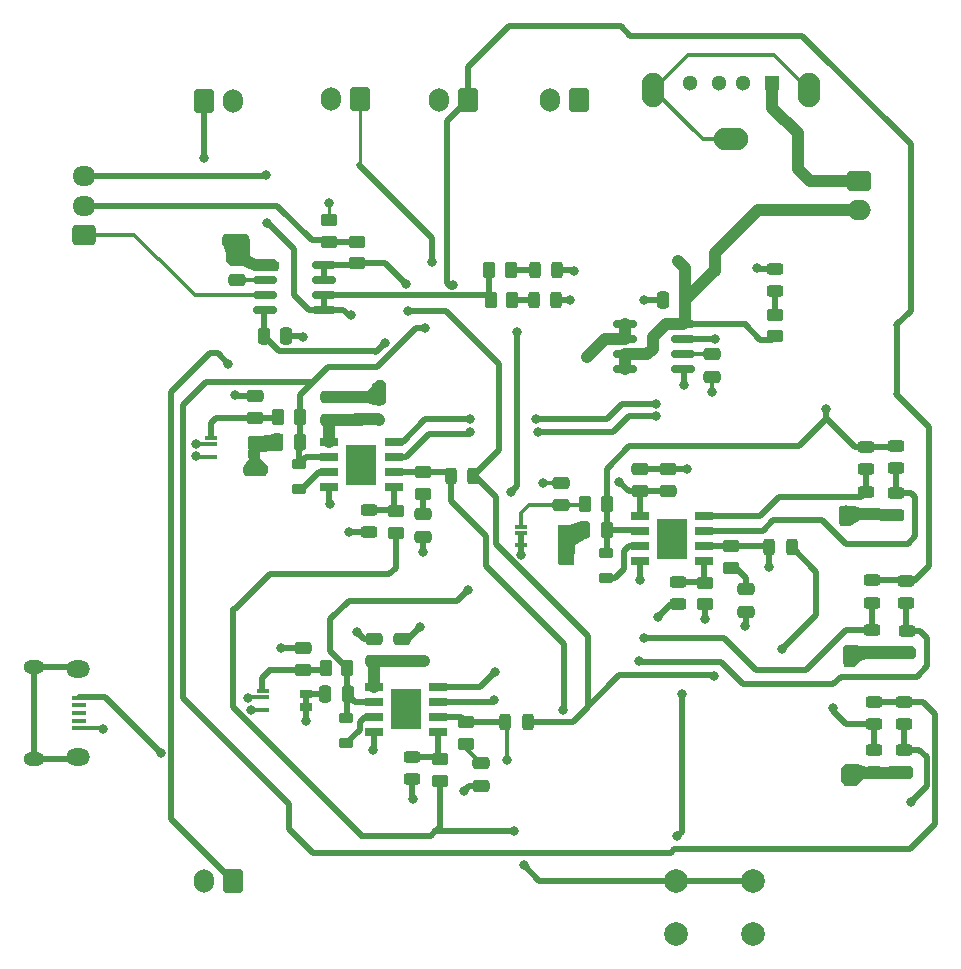
<source format=gbr>
%TF.GenerationSoftware,KiCad,Pcbnew,7.0.8-7.0.8~ubuntu22.04.1*%
%TF.CreationDate,2023-10-06T08:49:59+03:00*%
%TF.ProjectId,Omarich EPS stack V1.5,4f6d6172-6963-4682-9045-505320737461,rev?*%
%TF.SameCoordinates,Original*%
%TF.FileFunction,Copper,L1,Top*%
%TF.FilePolarity,Positive*%
%FSLAX46Y46*%
G04 Gerber Fmt 4.6, Leading zero omitted, Abs format (unit mm)*
G04 Created by KiCad (PCBNEW 7.0.8-7.0.8~ubuntu22.04.1) date 2023-10-06 08:49:59*
%MOMM*%
%LPD*%
G01*
G04 APERTURE LIST*
G04 Aperture macros list*
%AMRoundRect*
0 Rectangle with rounded corners*
0 $1 Rounding radius*
0 $2 $3 $4 $5 $6 $7 $8 $9 X,Y pos of 4 corners*
0 Add a 4 corners polygon primitive as box body*
4,1,4,$2,$3,$4,$5,$6,$7,$8,$9,$2,$3,0*
0 Add four circle primitives for the rounded corners*
1,1,$1+$1,$2,$3*
1,1,$1+$1,$4,$5*
1,1,$1+$1,$6,$7*
1,1,$1+$1,$8,$9*
0 Add four rect primitives between the rounded corners*
20,1,$1+$1,$2,$3,$4,$5,0*
20,1,$1+$1,$4,$5,$6,$7,0*
20,1,$1+$1,$6,$7,$8,$9,0*
20,1,$1+$1,$8,$9,$2,$3,0*%
G04 Aperture macros list end*
%TA.AperFunction,SMDPad,CuDef*%
%ADD10R,1.300000X0.450000*%
%TD*%
%TA.AperFunction,ComponentPad*%
%ADD11O,1.800000X1.150000*%
%TD*%
%TA.AperFunction,ComponentPad*%
%ADD12O,2.000000X1.450000*%
%TD*%
%TA.AperFunction,SMDPad,CuDef*%
%ADD13RoundRect,0.250000X-0.475000X0.250000X-0.475000X-0.250000X0.475000X-0.250000X0.475000X0.250000X0*%
%TD*%
%TA.AperFunction,SMDPad,CuDef*%
%ADD14RoundRect,0.243750X0.243750X0.456250X-0.243750X0.456250X-0.243750X-0.456250X0.243750X-0.456250X0*%
%TD*%
%TA.AperFunction,SMDPad,CuDef*%
%ADD15RoundRect,0.243750X0.456250X-0.243750X0.456250X0.243750X-0.456250X0.243750X-0.456250X-0.243750X0*%
%TD*%
%TA.AperFunction,SMDPad,CuDef*%
%ADD16RoundRect,0.250000X0.475000X-0.250000X0.475000X0.250000X-0.475000X0.250000X-0.475000X-0.250000X0*%
%TD*%
%TA.AperFunction,SMDPad,CuDef*%
%ADD17RoundRect,0.250000X-0.450000X0.262500X-0.450000X-0.262500X0.450000X-0.262500X0.450000X0.262500X0*%
%TD*%
%TA.AperFunction,SMDPad,CuDef*%
%ADD18RoundRect,0.243750X-0.243750X-0.456250X0.243750X-0.456250X0.243750X0.456250X-0.243750X0.456250X0*%
%TD*%
%TA.AperFunction,SMDPad,CuDef*%
%ADD19RoundRect,0.243750X-0.456250X0.243750X-0.456250X-0.243750X0.456250X-0.243750X0.456250X0.243750X0*%
%TD*%
%TA.AperFunction,SMDPad,CuDef*%
%ADD20R,1.525000X0.700000*%
%TD*%
%TA.AperFunction,SMDPad,CuDef*%
%ADD21R,2.513000X3.402000*%
%TD*%
%TA.AperFunction,SMDPad,CuDef*%
%ADD22R,1.000000X0.300000*%
%TD*%
%TA.AperFunction,SMDPad,CuDef*%
%ADD23R,1.000000X0.800000*%
%TD*%
%TA.AperFunction,ComponentPad*%
%ADD24RoundRect,0.250000X-0.750000X0.600000X-0.750000X-0.600000X0.750000X-0.600000X0.750000X0.600000X0*%
%TD*%
%TA.AperFunction,ComponentPad*%
%ADD25O,2.000000X1.700000*%
%TD*%
%TA.AperFunction,SMDPad,CuDef*%
%ADD26RoundRect,0.250000X0.250000X0.475000X-0.250000X0.475000X-0.250000X-0.475000X0.250000X-0.475000X0*%
%TD*%
%TA.AperFunction,SMDPad,CuDef*%
%ADD27RoundRect,0.250000X-0.262500X-0.450000X0.262500X-0.450000X0.262500X0.450000X-0.262500X0.450000X0*%
%TD*%
%TA.AperFunction,ComponentPad*%
%ADD28RoundRect,0.250000X0.725000X-0.600000X0.725000X0.600000X-0.725000X0.600000X-0.725000X-0.600000X0*%
%TD*%
%TA.AperFunction,ComponentPad*%
%ADD29O,1.950000X1.700000*%
%TD*%
%TA.AperFunction,SMDPad,CuDef*%
%ADD30RoundRect,0.250000X0.450000X-0.262500X0.450000X0.262500X-0.450000X0.262500X-0.450000X-0.262500X0*%
%TD*%
%TA.AperFunction,SMDPad,CuDef*%
%ADD31RoundRect,0.218750X-0.381250X0.218750X-0.381250X-0.218750X0.381250X-0.218750X0.381250X0.218750X0*%
%TD*%
%TA.AperFunction,ComponentPad*%
%ADD32RoundRect,0.250000X-0.600000X-0.750000X0.600000X-0.750000X0.600000X0.750000X-0.600000X0.750000X0*%
%TD*%
%TA.AperFunction,ComponentPad*%
%ADD33O,1.700000X2.000000*%
%TD*%
%TA.AperFunction,SMDPad,CuDef*%
%ADD34RoundRect,0.150000X-0.825000X-0.150000X0.825000X-0.150000X0.825000X0.150000X-0.825000X0.150000X0*%
%TD*%
%TA.AperFunction,ComponentPad*%
%ADD35R,1.300000X1.300000*%
%TD*%
%TA.AperFunction,ComponentPad*%
%ADD36C,1.300000*%
%TD*%
%TA.AperFunction,ComponentPad*%
%ADD37O,1.900000X2.900000*%
%TD*%
%TA.AperFunction,ComponentPad*%
%ADD38O,2.900000X1.900000*%
%TD*%
%TA.AperFunction,ComponentPad*%
%ADD39C,2.000000*%
%TD*%
%TA.AperFunction,SMDPad,CuDef*%
%ADD40RoundRect,0.150000X0.825000X0.150000X-0.825000X0.150000X-0.825000X-0.150000X0.825000X-0.150000X0*%
%TD*%
%TA.AperFunction,SMDPad,CuDef*%
%ADD41RoundRect,0.250000X-0.250000X-0.475000X0.250000X-0.475000X0.250000X0.475000X-0.250000X0.475000X0*%
%TD*%
%TA.AperFunction,ComponentPad*%
%ADD42RoundRect,0.250000X0.600000X0.750000X-0.600000X0.750000X-0.600000X-0.750000X0.600000X-0.750000X0*%
%TD*%
%TA.AperFunction,ViaPad*%
%ADD43C,0.800000*%
%TD*%
%TA.AperFunction,Conductor*%
%ADD44C,0.500000*%
%TD*%
%TA.AperFunction,Conductor*%
%ADD45C,1.000000*%
%TD*%
%TA.AperFunction,Conductor*%
%ADD46C,0.300000*%
%TD*%
%TA.AperFunction,Conductor*%
%ADD47C,0.250000*%
%TD*%
G04 APERTURE END LIST*
D10*
%TO.P,J9,1,VBUS*%
%TO.N,VBUS*%
X136005000Y-127981000D03*
%TO.P,J9,2,D-*%
%TO.N,unconnected-(J9-D--Pad2)*%
X136005000Y-128631000D03*
%TO.P,J9,3,D+*%
%TO.N,unconnected-(J9-D+-Pad3)*%
X136005000Y-129281000D03*
%TO.P,J9,4,ID*%
%TO.N,unconnected-(J9-ID-Pad4)*%
X136005000Y-129931000D03*
%TO.P,J9,5,GND*%
%TO.N,GND*%
X136005000Y-130581000D03*
D11*
%TO.P,J9,6,Shield*%
%TO.N,unconnected-(J9-Shield-Pad6)*%
X132155000Y-125406000D03*
D12*
X135955000Y-125556000D03*
X135955000Y-133006000D03*
D11*
X132155000Y-133156000D03*
%TD*%
D13*
%TO.P,C13,1*%
%TO.N,GND*%
X160960000Y-122978000D03*
%TO.P,C13,2*%
%TO.N,5V*%
X160960000Y-124878000D03*
%TD*%
D14*
%TO.P,D9,1,K*%
%TO.N,GND*%
X176474000Y-91800000D03*
%TO.P,D9,2,A*%
%TO.N,Net-(D9-A)*%
X174599000Y-91800000D03*
%TD*%
D13*
%TO.P,C7,1*%
%TO.N,GND*%
X157210000Y-102530000D03*
%TO.P,C7,2*%
%TO.N,5V*%
X157210000Y-104430000D03*
%TD*%
D15*
%TO.P,D15,1,K*%
%TO.N,GND*%
X206130000Y-124170000D03*
%TO.P,D15,2,A*%
%TO.N,Net-(D14-K)*%
X206130000Y-122295000D03*
%TD*%
%TO.P,D18,1,K*%
%TO.N,Net-(D18-K)*%
X202617000Y-108600000D03*
%TO.P,D18,2,A*%
%TO.N,BAT-3*%
X202617000Y-106725000D03*
%TD*%
D16*
%TO.P,C21,1*%
%TO.N,Net-(U5-VDD)*%
X154972500Y-125668000D03*
%TO.P,C21,2*%
%TO.N,GND*%
X154972500Y-123768000D03*
%TD*%
D15*
%TO.P,D4,1,K*%
%TO.N,Net-(D4-K)*%
X205890000Y-130226000D03*
%TO.P,D4,2,A*%
%TO.N,BAT-1*%
X205890000Y-128351000D03*
%TD*%
%TO.P,D20,1,K*%
%TO.N,Net-(D20-K)*%
X205184000Y-108565000D03*
%TO.P,D20,2,A*%
%TO.N,BAT-3*%
X205184000Y-106690000D03*
%TD*%
D17*
%TO.P,R5,1*%
%TO.N,/SWT1*%
X162810000Y-112205000D03*
%TO.P,R5,2*%
%TO.N,BtnIn*%
X162810000Y-114030000D03*
%TD*%
D18*
%TO.P,D8,1,K*%
%TO.N,VBUS*%
X167460000Y-109190000D03*
%TO.P,D8,2,A*%
%TO.N,VDD*%
X169335000Y-109190000D03*
%TD*%
D15*
%TO.P,D21,1,K*%
%TO.N,GND*%
X205184000Y-112532000D03*
%TO.P,D21,2,A*%
%TO.N,Net-(D20-K)*%
X205184000Y-110657000D03*
%TD*%
D16*
%TO.P,C10,1*%
%TO.N,Net-(U3-VDD)*%
X150900000Y-104332000D03*
%TO.P,C10,2*%
%TO.N,GND*%
X150900000Y-102432000D03*
%TD*%
D19*
%TO.P,D1,1,K*%
%TO.N,GND*%
X194960000Y-91650000D03*
%TO.P,D1,2,A*%
%TO.N,Net-(D1-A)*%
X194960000Y-93525000D03*
%TD*%
D15*
%TO.P,D5,1,K*%
%TO.N,GND*%
X203300000Y-134290000D03*
%TO.P,D5,2,A*%
%TO.N,Net-(D3-K)*%
X203300000Y-132415000D03*
%TD*%
D20*
%TO.P,IC2,1,OUT*%
%TO.N,5V*%
X160978000Y-127061000D03*
%TO.P,IC2,2,BAT*%
%TO.N,BAT-2*%
X160978000Y-128331000D03*
%TO.P,IC2,3,SW*%
%TO.N,SW2*%
X160978000Y-129601000D03*
%TO.P,IC2,4,GND*%
%TO.N,GND*%
X160978000Y-130871000D03*
%TO.P,IC2,5,SWT*%
%TO.N,/SWT2*%
X166402000Y-130871000D03*
%TO.P,IC2,6,VDD*%
%TO.N,VBUS*%
X166402000Y-129601000D03*
%TO.P,IC2,7,LED2*%
%TO.N,Net-(D14-K)*%
X166402000Y-128331000D03*
%TO.P,IC2,8,LED1*%
%TO.N,Net-(D12-K)*%
X166402000Y-127061000D03*
D21*
%TO.P,IC2,9,EP*%
%TO.N,unconnected-(IC2-EP-Pad9)*%
X163690000Y-128966000D03*
%TD*%
D22*
%TO.P,U5,1,VDD*%
%TO.N,Net-(U5-VDD)*%
X151572500Y-127418000D03*
%TO.P,U5,2,GND*%
%TO.N,GND*%
X151572500Y-127948000D03*
%TO.P,U5,3,GND*%
X151572500Y-129008000D03*
D23*
%TO.P,U5,4,VM*%
X155222500Y-128758000D03*
%TO.P,U5,5,VM*%
X155222500Y-127668000D03*
%TD*%
D24*
%TO.P,J3,1,Pin_1*%
%TO.N,Net-(J3-Pin_1)*%
X202077500Y-84230000D03*
D25*
%TO.P,J3,2,Pin_2*%
%TO.N,+5V*%
X202077500Y-86730000D03*
%TD*%
D14*
%TO.P,D2,1,K*%
%TO.N,GND*%
X176410000Y-94320000D03*
%TO.P,D2,2,A*%
%TO.N,Net-(D2-A)*%
X174535000Y-94320000D03*
%TD*%
D26*
%TO.P,C14,1*%
%TO.N,BAT-2*%
X158742500Y-127708000D03*
%TO.P,C14,2*%
%TO.N,GND*%
X156842500Y-127708000D03*
%TD*%
D17*
%TO.P,R11,1*%
%TO.N,VBUS*%
X168790000Y-130073000D03*
%TO.P,R11,2*%
%TO.N,Net-(C16-Pad1)*%
X168790000Y-131898000D03*
%TD*%
D22*
%TO.P,U6,1,VDD*%
%TO.N,Net-(U6-VDD)*%
X173405000Y-113490520D03*
%TO.P,U6,2,GND*%
%TO.N,GND*%
X173405000Y-114020520D03*
%TO.P,U6,3,GND*%
X173405000Y-115080520D03*
D23*
%TO.P,U6,4,VM*%
X177055000Y-114830520D03*
%TO.P,U6,5,VM*%
X177055000Y-113740520D03*
%TD*%
D15*
%TO.P,D13,1,K*%
%TO.N,GND*%
X203176000Y-124147500D03*
%TO.P,D13,2,A*%
%TO.N,Net-(D12-K)*%
X203176000Y-122272500D03*
%TD*%
D27*
%TO.P,R8,1*%
%TO.N,Solar1*%
X170742000Y-91800000D03*
%TO.P,R8,2*%
%TO.N,Net-(D9-A)*%
X172567000Y-91800000D03*
%TD*%
D28*
%TO.P,J4,1,Pin_1*%
%TO.N,CH5*%
X136398000Y-88820000D03*
D29*
%TO.P,J4,2,Pin_2*%
%TO.N,CH4*%
X136398000Y-86320000D03*
%TO.P,J4,3,Pin_3*%
%TO.N,CH3*%
X136398000Y-83820000D03*
%TD*%
D22*
%TO.P,U3,1,VDD*%
%TO.N,Net-(U3-VDD)*%
X147205000Y-106002520D03*
%TO.P,U3,2,GND*%
%TO.N,GND*%
X147205000Y-106532520D03*
%TO.P,U3,3,GND*%
X147205000Y-107592520D03*
D23*
%TO.P,U3,4,VM*%
X150855000Y-107342520D03*
%TO.P,U3,5,VM*%
X150855000Y-106252520D03*
%TD*%
D16*
%TO.P,C22,1*%
%TO.N,Net-(U6-VDD)*%
X176843000Y-111680000D03*
%TO.P,C22,2*%
%TO.N,GND*%
X176843000Y-109780000D03*
%TD*%
D30*
%TO.P,R3,1*%
%TO.N,+5V*%
X194960000Y-97382000D03*
%TO.P,R3,2*%
%TO.N,Net-(D1-A)*%
X194960000Y-95557000D03*
%TD*%
D15*
%TO.P,D14,1,K*%
%TO.N,Net-(D14-K)*%
X206060000Y-119950000D03*
%TO.P,D14,2,A*%
%TO.N,BAT-2*%
X206060000Y-118075000D03*
%TD*%
D13*
%TO.P,C8,1*%
%TO.N,GND*%
X159880000Y-102510000D03*
%TO.P,C8,2*%
%TO.N,5V*%
X159880000Y-104410000D03*
%TD*%
D27*
%TO.P,R14,1*%
%TO.N,Net-(U5-VDD)*%
X156890000Y-125438000D03*
%TO.P,R14,2*%
%TO.N,BAT-2*%
X158715000Y-125438000D03*
%TD*%
D15*
%TO.P,D3,1,K*%
%TO.N,Net-(D3-K)*%
X203300000Y-130226000D03*
%TO.P,D3,2,A*%
%TO.N,BAT-1*%
X203300000Y-128351000D03*
%TD*%
%TO.P,D19,1,K*%
%TO.N,GND*%
X202630000Y-112435000D03*
%TO.P,D19,2,A*%
%TO.N,Net-(D18-K)*%
X202630000Y-110560000D03*
%TD*%
D16*
%TO.P,C5,1*%
%TO.N,Net-(U1-FILTER)*%
X149365000Y-92636000D03*
%TO.P,C5,2*%
%TO.N,GND*%
X149365000Y-90736000D03*
%TD*%
D31*
%TO.P,L2,1,1*%
%TO.N,BAT-2*%
X158652500Y-129698000D03*
%TO.P,L2,2,2*%
%TO.N,SW2*%
X158652500Y-131823000D03*
%TD*%
%TO.P,L1,1,1*%
%TO.N,BAT-1*%
X154630000Y-108185000D03*
%TO.P,L1,2,2*%
%TO.N,SW1*%
X154630000Y-110310000D03*
%TD*%
D32*
%TO.P,J2,1,Pin_1*%
%TO.N,Solar1*%
X146558000Y-77470000D03*
D33*
%TO.P,J2,2,Pin_2*%
%TO.N,GND*%
X149058000Y-77470000D03*
%TD*%
D27*
%TO.P,R15,1*%
%TO.N,Net-(U6-VDD)*%
X178875000Y-111558000D03*
%TO.P,R15,2*%
%TO.N,BAT-3*%
X180700000Y-111558000D03*
%TD*%
D26*
%TO.P,C18,1*%
%TO.N,BAT-3*%
X180684000Y-113747000D03*
%TO.P,C18,2*%
%TO.N,GND*%
X178784000Y-113747000D03*
%TD*%
D34*
%TO.P,U4,1,IP+*%
%TO.N,5V*%
X182201000Y-96367000D03*
%TO.P,U4,2,IP+*%
X182201000Y-97637000D03*
%TO.P,U4,3,IP-*%
%TO.N,+5V*%
X182201000Y-98907000D03*
%TO.P,U4,4,IP-*%
X182201000Y-100177000D03*
%TO.P,U4,5,GND*%
%TO.N,GND*%
X187151000Y-100177000D03*
%TO.P,U4,6,FILTER*%
%TO.N,Net-(U4-FILTER)*%
X187151000Y-98907000D03*
%TO.P,U4,7,VIOUT*%
%TO.N,CH3*%
X187151000Y-97637000D03*
%TO.P,U4,8,VCC*%
%TO.N,+5V*%
X187151000Y-96367000D03*
%TD*%
D35*
%TO.P,J6,1,VBUS*%
%TO.N,Net-(J3-Pin_1)*%
X194710000Y-75915000D03*
D36*
%TO.P,J6,2,D-*%
%TO.N,unconnected-(J6-D--Pad2)*%
X192210000Y-75915000D03*
%TO.P,J6,3,D+*%
%TO.N,unconnected-(J6-D+-Pad3)*%
X190210000Y-75915000D03*
%TO.P,J6,4,GND*%
%TO.N,GND*%
X187710000Y-75915000D03*
D37*
%TO.P,J6,5,Shield*%
%TO.N,unconnected-(J6-Shield-Pad5)*%
X197780000Y-76515000D03*
D38*
X191210000Y-80695000D03*
D37*
X184640000Y-76515000D03*
%TD*%
D13*
%TO.P,C17,1*%
%TO.N,GND*%
X183526000Y-108598000D03*
%TO.P,C17,2*%
%TO.N,5V*%
X183526000Y-110498000D03*
%TD*%
D17*
%TO.P,R12,1*%
%TO.N,/SWT3*%
X189020000Y-118235000D03*
%TO.P,R12,2*%
%TO.N,BtnIn*%
X189020000Y-120060000D03*
%TD*%
D15*
%TO.P,D17,1,K*%
%TO.N,GND*%
X186740000Y-120075000D03*
%TO.P,D17,2,A*%
%TO.N,/SWT3*%
X186740000Y-118200000D03*
%TD*%
D13*
%TO.P,C15,1*%
%TO.N,GND*%
X163390000Y-122988000D03*
%TO.P,C15,2*%
%TO.N,5V*%
X163390000Y-124888000D03*
%TD*%
D20*
%TO.P,IC1,1,OUT*%
%TO.N,5V*%
X157212000Y-106340000D03*
%TO.P,IC1,2,BAT*%
%TO.N,BAT-1*%
X157212000Y-107610000D03*
%TO.P,IC1,3,SW*%
%TO.N,SW1*%
X157212000Y-108880000D03*
%TO.P,IC1,4,GND*%
%TO.N,GND*%
X157212000Y-110150000D03*
%TO.P,IC1,5,SWT*%
%TO.N,/SWT1*%
X162636000Y-110150000D03*
%TO.P,IC1,6,VDD*%
%TO.N,VBUS*%
X162636000Y-108880000D03*
%TO.P,IC1,7,LED2*%
%TO.N,Net-(D4-K)*%
X162636000Y-107610000D03*
%TO.P,IC1,8,LED1*%
%TO.N,Net-(D3-K)*%
X162636000Y-106340000D03*
D21*
%TO.P,IC1,9,EP*%
%TO.N,unconnected-(IC1-EP-Pad9)*%
X159924000Y-108245000D03*
%TD*%
D20*
%TO.P,IC3,1,OUT*%
%TO.N,5V*%
X183520000Y-112604000D03*
%TO.P,IC3,2,BAT*%
%TO.N,BAT-3*%
X183520000Y-113874000D03*
%TO.P,IC3,3,SW*%
%TO.N,SW3*%
X183520000Y-115144000D03*
%TO.P,IC3,4,GND*%
%TO.N,GND*%
X183520000Y-116414000D03*
%TO.P,IC3,5,SWT*%
%TO.N,/SWT3*%
X188944000Y-116414000D03*
%TO.P,IC3,6,VDD*%
%TO.N,VBUS*%
X188944000Y-115144000D03*
%TO.P,IC3,7,LED2*%
%TO.N,Net-(D20-K)*%
X188944000Y-113874000D03*
%TO.P,IC3,8,LED1*%
%TO.N,Net-(D18-K)*%
X188944000Y-112604000D03*
D21*
%TO.P,IC3,9,EP*%
%TO.N,unconnected-(IC3-EP-Pad9)*%
X186232000Y-114509000D03*
%TD*%
D26*
%TO.P,C3,1*%
%TO.N,GND*%
X153551000Y-97356000D03*
%TO.P,C3,2*%
%TO.N,+5V*%
X151651000Y-97356000D03*
%TD*%
%TO.P,C6,1*%
%TO.N,BAT-1*%
X154700000Y-106340000D03*
%TO.P,C6,2*%
%TO.N,GND*%
X152800000Y-106340000D03*
%TD*%
D13*
%TO.P,C16,1*%
%TO.N,Net-(C16-Pad1)*%
X170030000Y-133550000D03*
%TO.P,C16,2*%
%TO.N,GND*%
X170030000Y-135450000D03*
%TD*%
D15*
%TO.P,D7,1,K*%
%TO.N,GND*%
X160550000Y-113980000D03*
%TO.P,D7,2,A*%
%TO.N,/SWT1*%
X160550000Y-112105000D03*
%TD*%
D18*
%TO.P,D22,1,K*%
%TO.N,VBUS*%
X194460000Y-115220000D03*
%TO.P,D22,2,A*%
%TO.N,VDD*%
X196335000Y-115220000D03*
%TD*%
D39*
%TO.P,SW1,2,2*%
%TO.N,GND*%
X193070000Y-148000000D03*
X186570000Y-148000000D03*
%TO.P,SW1,1,1*%
%TO.N,BtnIn*%
X193070000Y-143500000D03*
X186570000Y-143500000D03*
%TD*%
D13*
%TO.P,C20,1*%
%TO.N,Net-(C20-Pad1)*%
X192460000Y-118800000D03*
%TO.P,C20,2*%
%TO.N,GND*%
X192460000Y-120700000D03*
%TD*%
%TO.P,C12,1*%
%TO.N,Net-(U4-FILTER)*%
X189590000Y-98890000D03*
%TO.P,C12,2*%
%TO.N,GND*%
X189590000Y-100790000D03*
%TD*%
D17*
%TO.P,R13,1*%
%TO.N,VBUS*%
X191240000Y-115160000D03*
%TO.P,R13,2*%
%TO.N,Net-(C20-Pad1)*%
X191240000Y-116985000D03*
%TD*%
D15*
%TO.P,D11,1,K*%
%TO.N,GND*%
X164230000Y-134905000D03*
%TO.P,D11,2,A*%
%TO.N,/SWT2*%
X164230000Y-133030000D03*
%TD*%
D27*
%TO.P,R7,1*%
%TO.N,Net-(U3-VDD)*%
X152885000Y-104210000D03*
%TO.P,R7,2*%
%TO.N,BAT-1*%
X154710000Y-104210000D03*
%TD*%
D30*
%TO.P,R1,1*%
%TO.N,VDD*%
X159512000Y-91186000D03*
%TO.P,R1,2*%
%TO.N,CH4*%
X159512000Y-89361000D03*
%TD*%
D27*
%TO.P,R4,1*%
%TO.N,Solar1*%
X170862500Y-94320000D03*
%TO.P,R4,2*%
%TO.N,Net-(D2-A)*%
X172687500Y-94320000D03*
%TD*%
D17*
%TO.P,R6,1*%
%TO.N,VBUS*%
X165110000Y-108897000D03*
%TO.P,R6,2*%
%TO.N,Net-(C9-Pad1)*%
X165110000Y-110722000D03*
%TD*%
%TO.P,R10,1*%
%TO.N,/SWT2*%
X166530000Y-133175000D03*
%TO.P,R10,2*%
%TO.N,BtnIn*%
X166530000Y-135000000D03*
%TD*%
D40*
%TO.P,U1,1,IP+*%
%TO.N,Solar1*%
X156728000Y-95181000D03*
%TO.P,U1,2,IP+*%
X156728000Y-93911000D03*
%TO.P,U1,3,IP-*%
%TO.N,VDD*%
X156728000Y-92641000D03*
%TO.P,U1,4,IP-*%
X156728000Y-91371000D03*
%TO.P,U1,5,GND*%
%TO.N,GND*%
X151778000Y-91371000D03*
%TO.P,U1,6,FILTER*%
%TO.N,Net-(U1-FILTER)*%
X151778000Y-92641000D03*
%TO.P,U1,7,VIOUT*%
%TO.N,CH5*%
X151778000Y-93911000D03*
%TO.P,U1,8,VCC*%
%TO.N,+5V*%
X151778000Y-95181000D03*
%TD*%
D41*
%TO.P,C11,1*%
%TO.N,GND*%
X185410000Y-94350000D03*
%TO.P,C11,2*%
%TO.N,+5V*%
X187310000Y-94350000D03*
%TD*%
D13*
%TO.P,C19,1*%
%TO.N,GND*%
X185910000Y-108588000D03*
%TO.P,C19,2*%
%TO.N,5V*%
X185910000Y-110488000D03*
%TD*%
D42*
%TO.P,J1,1,Pin_1*%
%TO.N,Solar1*%
X149078000Y-143517500D03*
D33*
%TO.P,J1,2,Pin_2*%
%TO.N,GND*%
X146578000Y-143517500D03*
%TD*%
D31*
%TO.P,L3,1,1*%
%TO.N,BAT-3*%
X180650000Y-115725500D03*
%TO.P,L3,2,2*%
%TO.N,SW3*%
X180650000Y-117850500D03*
%TD*%
D18*
%TO.P,D16,1,K*%
%TO.N,VBUS*%
X172115000Y-130048000D03*
%TO.P,D16,2,A*%
%TO.N,VDD*%
X173990000Y-130048000D03*
%TD*%
D13*
%TO.P,C9,1*%
%TO.N,Net-(C9-Pad1)*%
X165100000Y-112470000D03*
%TO.P,C9,2*%
%TO.N,GND*%
X165100000Y-114370000D03*
%TD*%
D15*
%TO.P,D12,1,K*%
%TO.N,Net-(D12-K)*%
X203106000Y-119927500D03*
%TO.P,D12,2,A*%
%TO.N,BAT-2*%
X203106000Y-118052500D03*
%TD*%
D30*
%TO.P,R2,1*%
%TO.N,CH4*%
X157190000Y-89370000D03*
%TO.P,R2,2*%
%TO.N,GND*%
X157190000Y-87545000D03*
%TD*%
D15*
%TO.P,D6,1,K*%
%TO.N,GND*%
X205890000Y-134290000D03*
%TO.P,D6,2,A*%
%TO.N,Net-(D4-K)*%
X205890000Y-132415000D03*
%TD*%
D42*
%TO.P,J12,1,Pin_1*%
%TO.N,BAT-3*%
X178350000Y-77380000D03*
D33*
%TO.P,J12,2,Pin_2*%
%TO.N,GND*%
X175850000Y-77380000D03*
%TD*%
D42*
%TO.P,J11,1,Pin_1*%
%TO.N,BAT-2*%
X168952000Y-77380000D03*
D33*
%TO.P,J11,2,Pin_2*%
%TO.N,GND*%
X166452000Y-77380000D03*
%TD*%
D42*
%TO.P,J10,1,Pin_1*%
%TO.N,BAT-1*%
X159808000Y-77334000D03*
D33*
%TO.P,J10,2,Pin_2*%
%TO.N,GND*%
X157308000Y-77334000D03*
%TD*%
D43*
%TO.N,BtnIn*%
X173670000Y-142180000D03*
%TO.N,+5V*%
X161890000Y-97930000D03*
X186690000Y-90970000D03*
%TO.N,BAT-1*%
X165340000Y-96680000D03*
X165900000Y-91110000D03*
%TO.N,5V*%
X179040000Y-99140000D03*
X181760000Y-109720000D03*
X161410000Y-104500000D03*
X165242000Y-124888000D03*
%TO.N,BAT-2*%
X173080000Y-97050000D03*
X172570000Y-110610000D03*
X168900000Y-118840000D03*
X167690000Y-93061500D03*
%TO.N,BAT-3*%
X199290000Y-103500000D03*
%TO.N,Net-(D3-K)*%
X174710000Y-104410000D03*
X199830000Y-128850000D03*
X169140000Y-104410000D03*
X184850000Y-103140000D03*
%TO.N,Net-(D4-K)*%
X174880000Y-105480000D03*
X206450000Y-136840000D03*
X169150000Y-105520000D03*
X184890000Y-104150000D03*
%TO.N,VBUS*%
X172260000Y-133270000D03*
X142975000Y-132685000D03*
X194420000Y-116920000D03*
X176980000Y-129040000D03*
%TO.N,VDD*%
X163870000Y-95220000D03*
X163710000Y-92960000D03*
X189790000Y-126150000D03*
X195547971Y-123842029D03*
%TO.N,Net-(D12-K)*%
X171220000Y-125790000D03*
X183810000Y-122950000D03*
%TO.N,Net-(D14-K)*%
X171170000Y-128200000D03*
X183460000Y-124870000D03*
%TO.N,Solar1*%
X146558000Y-82318000D03*
X151920000Y-87780000D03*
X159010000Y-95570000D03*
X148660000Y-99740000D03*
%TO.N,CH3*%
X151800000Y-83750000D03*
X189890000Y-97610000D03*
%TO.N,BtnIn*%
X189020000Y-121330000D03*
X172850000Y-139310000D03*
X186650000Y-139700000D03*
X187020000Y-127650000D03*
%TO.N,GND*%
X150000000Y-89290000D03*
X200970000Y-112060000D03*
X183820000Y-94270000D03*
X157230000Y-111620000D03*
X148650000Y-89290000D03*
X145930000Y-107550000D03*
X201410000Y-134040000D03*
X187190000Y-101550000D03*
X164280000Y-136520000D03*
X145940000Y-106520000D03*
X150290000Y-127970000D03*
X187470000Y-108610000D03*
X150540000Y-129010000D03*
X201390000Y-134960000D03*
X149220000Y-102390000D03*
X201300000Y-124890000D03*
X183490000Y-117980000D03*
X138020000Y-130600000D03*
X168570000Y-135920000D03*
X201280000Y-124020000D03*
X185040000Y-121130000D03*
X175290000Y-109780000D03*
X159510000Y-122380000D03*
X192420000Y-121920000D03*
X160910000Y-132430000D03*
X193376000Y-91614000D03*
X161520000Y-101530000D03*
X155010000Y-97420000D03*
X153140000Y-123780000D03*
X165100000Y-115670000D03*
X189600000Y-102100000D03*
X177930000Y-91820000D03*
X200950000Y-112970000D03*
X164880000Y-122000000D03*
X157140000Y-86090000D03*
X173410000Y-115880000D03*
X161510000Y-102690000D03*
X177610000Y-94350000D03*
X150440000Y-108660000D03*
X155260000Y-129920000D03*
X151350000Y-108640000D03*
X177180000Y-116230000D03*
X158900000Y-113980000D03*
%TD*%
D44*
%TO.N,VBUS*%
X142975000Y-132685000D02*
X138246000Y-127956000D01*
X138246000Y-127956000D02*
X136005000Y-127956000D01*
%TO.N,BtnIn*%
X186650000Y-139700000D02*
X187020000Y-139330000D01*
X187020000Y-139330000D02*
X187020000Y-127650000D01*
X186570000Y-143500000D02*
X193070000Y-143500000D01*
X173670000Y-142180000D02*
X174990000Y-143500000D01*
X174990000Y-143500000D02*
X186570000Y-143500000D01*
%TO.N,GND*%
X193150000Y-148080000D02*
X193070000Y-148000000D01*
%TO.N,+5V*%
X192387000Y-96367000D02*
X192457000Y-96437000D01*
D45*
X187310000Y-91590000D02*
X186690000Y-90970000D01*
X187310000Y-96208000D02*
X187151000Y-96367000D01*
X193470000Y-86730000D02*
X202077500Y-86730000D01*
X182201000Y-98907000D02*
X182201000Y-100177000D01*
D44*
X161090000Y-98690000D02*
X161040000Y-98640000D01*
D45*
X184600000Y-98420000D02*
X184113000Y-98907000D01*
X189840000Y-91860000D02*
X189840000Y-90360000D01*
D44*
X151651000Y-95308000D02*
X151778000Y-95181000D01*
D45*
X185703000Y-96367000D02*
X184600000Y-97470000D01*
X187310000Y-94350000D02*
X187310000Y-96208000D01*
D44*
X161130000Y-98690000D02*
X161090000Y-98690000D01*
D45*
X184600000Y-97470000D02*
X184600000Y-98420000D01*
X187310000Y-94350000D02*
X189800000Y-91860000D01*
D44*
X161040000Y-98640000D02*
X152935000Y-98640000D01*
D45*
X187310000Y-94350000D02*
X187310000Y-91590000D01*
D44*
X193690000Y-97670000D02*
X194678000Y-97670000D01*
D45*
X189800000Y-91860000D02*
X189840000Y-91860000D01*
D44*
X151651000Y-97356000D02*
X151651000Y-95308000D01*
D45*
X184113000Y-98907000D02*
X182201000Y-98907000D01*
D44*
X192457000Y-96437000D02*
X193690000Y-97670000D01*
X192457000Y-96367000D02*
X192457000Y-96437000D01*
X152935000Y-98640000D02*
X151651000Y-97356000D01*
X194710000Y-97632000D02*
X194960000Y-97382000D01*
X192387000Y-96367000D02*
X187151000Y-96367000D01*
D45*
X189840000Y-90360000D02*
X193470000Y-86730000D01*
D44*
X161890000Y-97930000D02*
X161130000Y-98690000D01*
D45*
X187151000Y-96367000D02*
X185703000Y-96367000D01*
D46*
%TO.N,Net-(U1-FILTER)*%
X149365000Y-92636000D02*
X151773000Y-92636000D01*
X151773000Y-92636000D02*
X151778000Y-92641000D01*
D44*
%TO.N,BAT-1*%
X154710000Y-106330000D02*
X154700000Y-106340000D01*
X154710000Y-102380000D02*
X154710000Y-104210000D01*
X186120000Y-141100000D02*
X186400000Y-140820000D01*
X208490000Y-129380000D02*
X207461000Y-128351000D01*
X155850000Y-101240000D02*
X146780000Y-101240000D01*
X144840000Y-103180000D02*
X144840000Y-127990000D01*
X165340000Y-96680000D02*
X164580000Y-96680000D01*
D47*
X159808000Y-82824000D02*
X159746000Y-82886000D01*
D44*
X186400000Y-140820000D02*
X206380000Y-140820000D01*
X206380000Y-140820000D02*
X208490000Y-138710000D01*
X164580000Y-96680000D02*
X161250000Y-100010000D01*
X154630000Y-108185000D02*
X154630000Y-106410000D01*
X161250000Y-100010000D02*
X160370000Y-100010000D01*
X144840000Y-127990000D02*
X153800000Y-136950000D01*
X154630000Y-108185000D02*
X155205000Y-107610000D01*
X165900000Y-91110000D02*
X165900000Y-89040000D01*
X154710000Y-104210000D02*
X154710000Y-106330000D01*
X155800000Y-141100000D02*
X186120000Y-141100000D01*
X154630000Y-106410000D02*
X154700000Y-106340000D01*
X207461000Y-128351000D02*
X205890000Y-128351000D01*
X155205000Y-107610000D02*
X157212000Y-107610000D01*
X203300000Y-128351000D02*
X205890000Y-128351000D01*
X155850000Y-101240000D02*
X154710000Y-102380000D01*
X153800000Y-139100000D02*
X155800000Y-141100000D01*
X153800000Y-136950000D02*
X153800000Y-139100000D01*
X160370000Y-100010000D02*
X160331000Y-99971000D01*
X208490000Y-138710000D02*
X208490000Y-129380000D01*
X157119000Y-99971000D02*
X155850000Y-101240000D01*
X160331000Y-99971000D02*
X157119000Y-99971000D01*
X146780000Y-101240000D02*
X144840000Y-103180000D01*
X165900000Y-89040000D02*
X159746000Y-82886000D01*
D47*
X159808000Y-77334000D02*
X159808000Y-82824000D01*
D45*
%TO.N,5V*%
X160960000Y-124878000D02*
X163380000Y-124878000D01*
X160978000Y-124896000D02*
X160960000Y-124878000D01*
D44*
X183526000Y-112598000D02*
X183520000Y-112604000D01*
D45*
X157212000Y-104432000D02*
X157210000Y-104430000D01*
X159880000Y-104410000D02*
X161320000Y-104410000D01*
X157210000Y-104430000D02*
X159860000Y-104430000D01*
D44*
X182538000Y-110498000D02*
X183526000Y-110498000D01*
D45*
X163390000Y-124888000D02*
X165242000Y-124888000D01*
D44*
X183526000Y-110498000D02*
X185900000Y-110498000D01*
X185900000Y-110498000D02*
X185910000Y-110488000D01*
D45*
X182201000Y-96367000D02*
X182201000Y-97637000D01*
X161320000Y-104410000D02*
X161410000Y-104500000D01*
X163380000Y-124878000D02*
X163390000Y-124888000D01*
X160978000Y-127061000D02*
X160978000Y-124896000D01*
X180543000Y-97637000D02*
X179040000Y-99140000D01*
X182201000Y-97637000D02*
X180543000Y-97637000D01*
X157212000Y-106340000D02*
X157212000Y-104432000D01*
X159860000Y-104430000D02*
X159880000Y-104410000D01*
D44*
X183526000Y-110498000D02*
X183526000Y-112598000D01*
X181760000Y-109720000D02*
X182538000Y-110498000D01*
%TO.N,Net-(C9-Pad1)*%
X165110000Y-112460000D02*
X165100000Y-112470000D01*
X165110000Y-110722000D02*
X165110000Y-112460000D01*
%TO.N,Net-(U3-VDD)*%
X147205000Y-104755000D02*
X147205000Y-105932520D01*
X150900000Y-104332000D02*
X147628000Y-104332000D01*
X150900000Y-104332000D02*
X152763000Y-104332000D01*
X152763000Y-104332000D02*
X152885000Y-104210000D01*
X147628000Y-104332000D02*
X147205000Y-104755000D01*
D46*
%TO.N,Net-(U4-FILTER)*%
X189573000Y-98907000D02*
X189590000Y-98890000D01*
X187151000Y-98907000D02*
X189573000Y-98907000D01*
D44*
%TO.N,BAT-2*%
X157280000Y-124003000D02*
X157280000Y-121360000D01*
X206410000Y-95240000D02*
X205180000Y-96470000D01*
X168952000Y-74598000D02*
X172440000Y-71110000D01*
X197260000Y-71920000D02*
X206410000Y-81070000D01*
X167540500Y-93211000D02*
X167690000Y-93061500D01*
X207940000Y-116810000D02*
X206675000Y-118075000D01*
X167970000Y-119770000D02*
X168900000Y-118840000D01*
X206037500Y-118052500D02*
X206060000Y-118075000D01*
X158870000Y-119770000D02*
X167970000Y-119770000D01*
X157280000Y-121360000D02*
X158870000Y-119770000D01*
X158715000Y-129635500D02*
X158652500Y-129698000D01*
X205180000Y-102280000D02*
X207940000Y-105040000D01*
X173080000Y-110100000D02*
X172570000Y-110610000D01*
X158715000Y-125438000D02*
X157280000Y-124003000D01*
X172450000Y-71120000D02*
X181880000Y-71120000D01*
X181880000Y-71120000D02*
X182680000Y-71920000D01*
X182680000Y-71920000D02*
X197260000Y-71920000D01*
X167170000Y-92850000D02*
X167531000Y-93211000D01*
X206675000Y-118075000D02*
X206060000Y-118075000D01*
X168952000Y-77380000D02*
X167170000Y-79162000D01*
X158742500Y-127708000D02*
X159365500Y-128331000D01*
X173080000Y-97050000D02*
X173080000Y-110100000D01*
X159365500Y-128331000D02*
X160978000Y-128331000D01*
X158715000Y-125438000D02*
X158715000Y-129635500D01*
X168952000Y-77380000D02*
X168952000Y-74598000D01*
X207940000Y-105040000D02*
X207940000Y-116810000D01*
X167170000Y-79162000D02*
X167170000Y-92850000D01*
X172440000Y-71110000D02*
X172450000Y-71120000D01*
X167531000Y-93211000D02*
X167540500Y-93211000D01*
X203106000Y-118052500D02*
X206037500Y-118052500D01*
X206410000Y-81070000D02*
X206410000Y-95240000D01*
X205250000Y-96575000D02*
X205250000Y-102385000D01*
D46*
%TO.N,Net-(C16-Pad1)*%
X168790000Y-131898000D02*
X168790000Y-132310000D01*
X168790000Y-132310000D02*
X170030000Y-133550000D01*
D44*
%TO.N,BAT-3*%
X180700000Y-115675500D02*
X180650000Y-115725500D01*
X199290000Y-104410000D02*
X196994000Y-106706000D01*
X183393000Y-113747000D02*
X183520000Y-113874000D01*
X202630000Y-106750000D02*
X205124000Y-106750000D01*
X205124000Y-106750000D02*
X205184000Y-106690000D01*
X199370000Y-104410000D02*
X199290000Y-104410000D01*
X180684000Y-113747000D02*
X183393000Y-113747000D01*
X199290000Y-103500000D02*
X199290000Y-104410000D01*
X180700000Y-111558000D02*
X180700000Y-115675500D01*
X202617000Y-106725000D02*
X201685000Y-106725000D01*
X182584000Y-106706000D02*
X180700000Y-108590000D01*
X180700000Y-108590000D02*
X180700000Y-111558000D01*
X196994000Y-106706000D02*
X182584000Y-106706000D01*
X201685000Y-106725000D02*
X199370000Y-104410000D01*
%TO.N,Net-(C20-Pad1)*%
X192460000Y-117850000D02*
X192460000Y-118800000D01*
X191240000Y-116985000D02*
X191595000Y-116985000D01*
X191595000Y-116985000D02*
X192460000Y-117850000D01*
%TO.N,Net-(U5-VDD)*%
X151470000Y-126330000D02*
X151470000Y-127260000D01*
X156660000Y-125668000D02*
X156890000Y-125438000D01*
X154972500Y-125668000D02*
X152132000Y-125668000D01*
X152080000Y-125720000D02*
X151470000Y-126330000D01*
X154972500Y-125668000D02*
X156660000Y-125668000D01*
X152132000Y-125668000D02*
X152080000Y-125720000D01*
D46*
%TO.N,Net-(U6-VDD)*%
X178753000Y-111680000D02*
X178875000Y-111558000D01*
X176843000Y-111680000D02*
X178753000Y-111680000D01*
X173405000Y-112355000D02*
X174080000Y-111680000D01*
X173405000Y-113490520D02*
X173405000Y-112355000D01*
X174080000Y-111680000D02*
X176843000Y-111680000D01*
D44*
%TO.N,Net-(D1-A)*%
X194960000Y-95557000D02*
X194960000Y-93525000D01*
%TO.N,Net-(D2-A)*%
X172687500Y-94320000D02*
X174535000Y-94320000D01*
%TO.N,Net-(D3-K)*%
X163400000Y-106340000D02*
X165330000Y-104410000D01*
X203300000Y-130226000D02*
X203300000Y-132415000D01*
X165330000Y-104410000D02*
X169140000Y-104410000D01*
X162636000Y-106340000D02*
X163400000Y-106340000D01*
X200966000Y-130226000D02*
X203300000Y-130226000D01*
X180740000Y-104410000D02*
X182010000Y-103140000D01*
X199830000Y-129090000D02*
X200966000Y-130226000D01*
X174710000Y-104410000D02*
X180740000Y-104410000D01*
X182010000Y-103140000D02*
X184850000Y-103140000D01*
X199830000Y-128850000D02*
X199830000Y-129090000D01*
%TO.N,Net-(D4-K)*%
X205890000Y-130226000D02*
X205890000Y-132415000D01*
X174880000Y-105480000D02*
X181220000Y-105480000D01*
X207165000Y-132415000D02*
X205890000Y-132415000D01*
X206450000Y-136840000D02*
X207790000Y-135500000D01*
X162636000Y-107610000D02*
X163700000Y-107610000D01*
X182550000Y-104150000D02*
X184890000Y-104150000D01*
X207790000Y-133040000D02*
X207165000Y-132415000D01*
X165670000Y-105640000D02*
X169030000Y-105640000D01*
X181220000Y-105480000D02*
X181460000Y-105240000D01*
X181460000Y-105240000D02*
X182550000Y-104150000D01*
X163700000Y-107610000D02*
X165670000Y-105640000D01*
X169030000Y-105640000D02*
X169150000Y-105520000D01*
X207790000Y-135500000D02*
X207790000Y-133040000D01*
%TO.N,/SWT1*%
X162710000Y-112105000D02*
X162810000Y-112205000D01*
X162636000Y-110150000D02*
X162636000Y-112031000D01*
X162636000Y-112031000D02*
X162810000Y-112205000D01*
X160550000Y-112105000D02*
X162710000Y-112105000D01*
%TO.N,VBUS*%
X170434000Y-114300000D02*
X167460000Y-111326000D01*
X194460000Y-115220000D02*
X194460000Y-116880000D01*
X191224000Y-115144000D02*
X191240000Y-115160000D01*
X168790000Y-130073000D02*
X172090000Y-130073000D01*
X167460000Y-111326000D02*
X167460000Y-109190000D01*
X194460000Y-116880000D02*
X194420000Y-116920000D01*
X176980000Y-129040000D02*
X177038000Y-128982000D01*
X191240000Y-115160000D02*
X194400000Y-115160000D01*
X194400000Y-115160000D02*
X194460000Y-115220000D01*
X172090000Y-130073000D02*
X172115000Y-130048000D01*
X166402000Y-129601000D02*
X168318000Y-129601000D01*
X170434000Y-116840000D02*
X170434000Y-114300000D01*
X177038000Y-123444000D02*
X170434000Y-116840000D01*
X167167000Y-108897000D02*
X167460000Y-109190000D01*
X177038000Y-128982000D02*
X177038000Y-123444000D01*
X168318000Y-129601000D02*
X168790000Y-130073000D01*
X188944000Y-115144000D02*
X191224000Y-115144000D01*
X165093000Y-108880000D02*
X165110000Y-108897000D01*
X165110000Y-108897000D02*
X167167000Y-108897000D01*
D46*
X172260000Y-130193000D02*
X172115000Y-130048000D01*
X172260000Y-133270000D02*
X172260000Y-130193000D01*
D44*
X162636000Y-108880000D02*
X165093000Y-108880000D01*
%TO.N,VDD*%
X171540000Y-99700050D02*
X171540000Y-106985000D01*
X179076000Y-122748082D02*
X179076000Y-128784000D01*
X156728000Y-92641000D02*
X156728000Y-91371000D01*
X171540000Y-106985000D02*
X169335000Y-109190000D01*
X171330000Y-115002082D02*
X179076000Y-122748082D01*
X156728000Y-91371000D02*
X159327000Y-91371000D01*
X169510000Y-109190000D02*
X171330000Y-111010000D01*
X159512000Y-91186000D02*
X161936000Y-91186000D01*
X177810000Y-130050000D02*
X181760000Y-126100000D01*
X195547971Y-123842029D02*
X198420000Y-120970000D01*
X169335000Y-109190000D02*
X169510000Y-109190000D01*
X167059950Y-95220000D02*
X171540000Y-99700050D01*
X181760000Y-126100000D02*
X189740000Y-126100000D01*
X171330000Y-111010000D02*
X171330000Y-115002082D01*
X177810000Y-130050000D02*
X173992000Y-130050000D01*
X163870000Y-95220000D02*
X167059950Y-95220000D01*
X159327000Y-91371000D02*
X159512000Y-91186000D01*
X196340000Y-115220000D02*
X196335000Y-115220000D01*
X198420000Y-120970000D02*
X198420000Y-117300000D01*
X161936000Y-91186000D02*
X163710000Y-92960000D01*
X198420000Y-117300000D02*
X196340000Y-115220000D01*
X189740000Y-126100000D02*
X189790000Y-126150000D01*
X173992000Y-130050000D02*
X173990000Y-130048000D01*
X179076000Y-128784000D02*
X177810000Y-130050000D01*
%TO.N,Net-(D9-A)*%
X172567000Y-91800000D02*
X174599000Y-91800000D01*
%TO.N,/SWT2*%
X166402000Y-133047000D02*
X166530000Y-133175000D01*
X166402000Y-130871000D02*
X166402000Y-133047000D01*
X164230000Y-133030000D02*
X166385000Y-133030000D01*
X166385000Y-133030000D02*
X166530000Y-133175000D01*
%TO.N,Net-(D12-K)*%
X197490000Y-125610000D02*
X197130000Y-125610000D01*
X193310000Y-125610000D02*
X190650000Y-122950000D01*
X200950000Y-122260000D02*
X197600000Y-125610000D01*
X197130000Y-125610000D02*
X193310000Y-125610000D01*
X190650000Y-122950000D02*
X183810000Y-122950000D01*
X166402000Y-127061000D02*
X169949000Y-127061000D01*
X169949000Y-127061000D02*
X171220000Y-125790000D01*
X203106000Y-119927500D02*
X203106000Y-122202500D01*
X197600000Y-125610000D02*
X197130000Y-125610000D01*
X203163500Y-122260000D02*
X200950000Y-122260000D01*
X203176000Y-122272500D02*
X203163500Y-122260000D01*
X203106000Y-122202500D02*
X203176000Y-122272500D01*
%TO.N,Net-(D14-K)*%
X206950000Y-126210000D02*
X207820000Y-125340000D01*
X190370000Y-124990000D02*
X192200000Y-126820000D01*
X206060000Y-119950000D02*
X206060000Y-122225000D01*
X207820000Y-122940000D02*
X207175000Y-122295000D01*
X207175000Y-122295000D02*
X206130000Y-122295000D01*
X171170000Y-128200000D02*
X171039000Y-128331000D01*
X183460000Y-124870000D02*
X183580000Y-124990000D01*
X192200000Y-126820000D02*
X199870000Y-126820000D01*
X199870000Y-126820000D02*
X200480000Y-126210000D01*
X183580000Y-124990000D02*
X190370000Y-124990000D01*
X207820000Y-125340000D02*
X207820000Y-122940000D01*
X200480000Y-126210000D02*
X206950000Y-126210000D01*
X206060000Y-122225000D02*
X206130000Y-122295000D01*
X171039000Y-128331000D02*
X166402000Y-128331000D01*
%TO.N,/SWT3*%
X188944000Y-118159000D02*
X189020000Y-118235000D01*
X188985000Y-118200000D02*
X189020000Y-118235000D01*
X188944000Y-116414000D02*
X188944000Y-118159000D01*
X186740000Y-118200000D02*
X188985000Y-118200000D01*
%TO.N,Net-(D18-K)*%
X195280000Y-110980000D02*
X202210000Y-110980000D01*
X202210000Y-110980000D02*
X202630000Y-110560000D01*
X202630000Y-108625000D02*
X202630000Y-110560000D01*
X193656000Y-112604000D02*
X195280000Y-110980000D01*
X188944000Y-112604000D02*
X193656000Y-112604000D01*
%TO.N,Net-(D20-K)*%
X206160000Y-114930000D02*
X200910000Y-114930000D01*
X194780000Y-112970000D02*
X193876000Y-113874000D01*
X206437000Y-110657000D02*
X206810000Y-111030000D01*
X193876000Y-113874000D02*
X188944000Y-113874000D01*
X200910000Y-114930000D02*
X198950000Y-112970000D01*
X206810000Y-114280000D02*
X206160000Y-114930000D01*
X205184000Y-108565000D02*
X205184000Y-110657000D01*
X198950000Y-112970000D02*
X194780000Y-112970000D01*
X206810000Y-111030000D02*
X206810000Y-114280000D01*
X205184000Y-110657000D02*
X206437000Y-110657000D01*
%TO.N,Solar1*%
X147760000Y-98840000D02*
X148660000Y-99740000D01*
X152020000Y-87780000D02*
X151920000Y-87780000D01*
X158359000Y-95181000D02*
X156728000Y-95181000D01*
X146558000Y-77470000D02*
X146558000Y-82318000D01*
X149078000Y-143517500D02*
X143830000Y-138269500D01*
X143830000Y-102140000D02*
X147130000Y-98840000D01*
X155521000Y-95181000D02*
X156728000Y-95181000D01*
X158830000Y-95570000D02*
X158400000Y-95140000D01*
X154210000Y-89970000D02*
X152020000Y-87780000D01*
X156728000Y-95172000D02*
X156728000Y-93911000D01*
X156728000Y-93911000D02*
X170453500Y-93911000D01*
X154210000Y-89970000D02*
X154210000Y-93870000D01*
X143830000Y-138269500D02*
X143830000Y-102140000D01*
X170742000Y-91800000D02*
X170742000Y-94199500D01*
X159010000Y-95570000D02*
X158830000Y-95570000D01*
X158400000Y-95140000D02*
X158359000Y-95181000D01*
X147130000Y-98840000D02*
X147760000Y-98840000D01*
X154210000Y-93870000D02*
X155521000Y-95181000D01*
%TO.N,CH3*%
X187151000Y-97637000D02*
X189863000Y-97637000D01*
X189863000Y-97637000D02*
X189890000Y-97610000D01*
X136398000Y-83820000D02*
X151730000Y-83820000D01*
X151730000Y-83820000D02*
X151800000Y-83750000D01*
%TO.N,CH4*%
X152800000Y-86320000D02*
X136398000Y-86320000D01*
X155750000Y-89270000D02*
X152800000Y-86320000D01*
X157190000Y-89370000D02*
X157090000Y-89270000D01*
X157199000Y-89361000D02*
X157190000Y-89370000D01*
X159512000Y-89361000D02*
X157199000Y-89361000D01*
X157090000Y-89270000D02*
X155750000Y-89270000D01*
D46*
%TO.N,CH5*%
X136398000Y-88820000D02*
X140700000Y-88820000D01*
X140700000Y-88820000D02*
X142730000Y-90850000D01*
X142730000Y-90850000D02*
X142740000Y-90850000D01*
X142740000Y-90850000D02*
X145801000Y-93911000D01*
X145801000Y-93911000D02*
X151778000Y-93911000D01*
%TO.N,unconnected-(J6-Shield-Pad5)*%
X187545000Y-73610000D02*
X194875000Y-73610000D01*
X184640000Y-76515000D02*
X187545000Y-73610000D01*
X191210000Y-80695000D02*
X188820000Y-80695000D01*
X194875000Y-73610000D02*
X197780000Y-76515000D01*
X188820000Y-80695000D02*
X184640000Y-76515000D01*
D44*
%TO.N,unconnected-(J9-Shield-Pad6)*%
X135805000Y-133156000D02*
X135955000Y-133006000D01*
X132155000Y-133156000D02*
X135805000Y-133156000D01*
X132155000Y-125406000D02*
X132155000Y-133156000D01*
X132155000Y-125406000D02*
X135805000Y-125406000D01*
X135805000Y-125406000D02*
X135955000Y-125556000D01*
%TO.N,SW1*%
X156320000Y-108880000D02*
X154890000Y-110310000D01*
X154890000Y-110310000D02*
X154630000Y-110310000D01*
X157212000Y-108880000D02*
X156320000Y-108880000D01*
%TO.N,SW2*%
X159765500Y-130071000D02*
X159765500Y-130710000D01*
X159765500Y-130710000D02*
X158652500Y-131823000D01*
X160235500Y-129601000D02*
X159765500Y-130071000D01*
X160978000Y-129601000D02*
X160235500Y-129601000D01*
%TO.N,SW3*%
X182130000Y-117070000D02*
X181349500Y-117850500D01*
X181349500Y-117850500D02*
X180650000Y-117850500D01*
X182586000Y-115144000D02*
X182130000Y-115600000D01*
X182130000Y-115600000D02*
X182130000Y-117070000D01*
X183520000Y-115144000D02*
X182586000Y-115144000D01*
%TO.N,BtnIn*%
X149080000Y-128752082D02*
X159910000Y-139582082D01*
X166180000Y-139310000D02*
X166530000Y-138960000D01*
X166530000Y-138960000D02*
X166530000Y-135000000D01*
X189020000Y-120060000D02*
X189020000Y-121330000D01*
X159910000Y-139680000D02*
X165810000Y-139680000D01*
X149080000Y-120500000D02*
X149080000Y-128752082D01*
X162810000Y-114030000D02*
X162810000Y-116980000D01*
X172850000Y-139310000D02*
X166180000Y-139310000D01*
X165810000Y-139680000D02*
X166180000Y-139310000D01*
X159910000Y-139582082D02*
X159910000Y-139680000D01*
X149200000Y-120500000D02*
X149080000Y-120500000D01*
X162280000Y-117510000D02*
X152190000Y-117510000D01*
X152190000Y-117510000D02*
X149200000Y-120500000D01*
X162810000Y-116980000D02*
X162280000Y-117510000D01*
%TO.N,GND*%
X186740000Y-120075000D02*
X186095000Y-120075000D01*
X185410000Y-94350000D02*
X183900000Y-94350000D01*
X160108000Y-122978000D02*
X160960000Y-122978000D01*
X187448000Y-108588000D02*
X187470000Y-108610000D01*
D47*
X157190000Y-87545000D02*
X157190000Y-86140000D01*
D44*
X160978000Y-132362000D02*
X160910000Y-132430000D01*
X155222500Y-129882500D02*
X155260000Y-129920000D01*
D46*
X176843000Y-109780000D02*
X175290000Y-109780000D01*
X189590000Y-102090000D02*
X189600000Y-102100000D01*
D44*
X183520000Y-116414000D02*
X183520000Y-117950000D01*
D46*
X138001000Y-130581000D02*
X138020000Y-130600000D01*
D44*
X170030000Y-135450000D02*
X169040000Y-135450000D01*
X194960000Y-91650000D02*
X193412000Y-91650000D01*
X169040000Y-135450000D02*
X168570000Y-135920000D01*
X150900000Y-102432000D02*
X149262000Y-102432000D01*
D46*
X147205000Y-107592520D02*
X145972520Y-107592520D01*
D44*
X185900000Y-108598000D02*
X185910000Y-108588000D01*
X183900000Y-94350000D02*
X183820000Y-94270000D01*
D46*
X136005000Y-130581000D02*
X138001000Y-130581000D01*
D44*
X173405000Y-115875000D02*
X173410000Y-115880000D01*
D46*
X151572500Y-129008000D02*
X150542000Y-129008000D01*
X189590000Y-100790000D02*
X189590000Y-102090000D01*
D44*
X192460000Y-121880000D02*
X192420000Y-121920000D01*
X187190000Y-101550000D02*
X187190000Y-100216000D01*
X176474000Y-91800000D02*
X177910000Y-91800000D01*
X192460000Y-120700000D02*
X192460000Y-121880000D01*
D46*
X145952520Y-106532520D02*
X145940000Y-106520000D01*
D44*
X206107500Y-124147500D02*
X206130000Y-124170000D01*
X176410000Y-94320000D02*
X177580000Y-94320000D01*
X173405000Y-115080520D02*
X173405000Y-115875000D01*
X164880000Y-122000000D02*
X163892000Y-122988000D01*
X158900000Y-113980000D02*
X160550000Y-113980000D01*
X157212000Y-111602000D02*
X157230000Y-111620000D01*
X159510000Y-122380000D02*
X160108000Y-122978000D01*
X183526000Y-108598000D02*
X185900000Y-108598000D01*
X155222500Y-128758000D02*
X155222500Y-129882500D01*
X177580000Y-94320000D02*
X177610000Y-94350000D01*
D47*
X157190000Y-86140000D02*
X157140000Y-86090000D01*
D44*
X153551000Y-97356000D02*
X154946000Y-97356000D01*
D46*
X150312000Y-127948000D02*
X150290000Y-127970000D01*
D44*
X150942480Y-106340000D02*
X150855000Y-106252520D01*
X151350000Y-108640000D02*
X151315000Y-108640000D01*
D46*
X150542000Y-129008000D02*
X150540000Y-129010000D01*
D44*
X153152000Y-123768000D02*
X153140000Y-123780000D01*
X165100000Y-114370000D02*
X165100000Y-115670000D01*
X177910000Y-91800000D02*
X177930000Y-91820000D01*
X183520000Y-117950000D02*
X183490000Y-117980000D01*
X155262500Y-127708000D02*
X155222500Y-127668000D01*
X163892000Y-122988000D02*
X163390000Y-122988000D01*
X149262000Y-102432000D02*
X149220000Y-102390000D01*
X205087000Y-112435000D02*
X205184000Y-112532000D01*
D46*
X151572500Y-127948000D02*
X150312000Y-127948000D01*
D44*
X185910000Y-108588000D02*
X187448000Y-108588000D01*
X186095000Y-120075000D02*
X185040000Y-121130000D01*
X157212000Y-110150000D02*
X157212000Y-111602000D01*
D46*
X147205000Y-106532520D02*
X145952520Y-106532520D01*
D44*
X187190000Y-100216000D02*
X187151000Y-100177000D01*
X156842500Y-127708000D02*
X155262500Y-127708000D01*
X173405000Y-115080520D02*
X173405000Y-114090520D01*
X154946000Y-97356000D02*
X155010000Y-97420000D01*
X154972500Y-123768000D02*
X153152000Y-123768000D01*
X193412000Y-91650000D02*
X193376000Y-91614000D01*
X160978000Y-130871000D02*
X160978000Y-132362000D01*
X155222500Y-127668000D02*
X155222500Y-128758000D01*
X164230000Y-134905000D02*
X164230000Y-136297500D01*
D46*
X145972520Y-107592520D02*
X145930000Y-107550000D01*
D45*
%TO.N,Net-(J3-Pin_1)*%
X194710000Y-75915000D02*
X194710000Y-78040000D01*
X194710000Y-78040000D02*
X196850000Y-80180000D01*
X196850000Y-80180000D02*
X196850000Y-83190000D01*
X197890000Y-84230000D02*
X202077500Y-84230000D01*
X196850000Y-83190000D02*
X197890000Y-84230000D01*
%TD*%
%TA.AperFunction,Conductor*%
%TO.N,GND*%
G36*
X153243039Y-105639685D02*
G01*
X153288794Y-105692489D01*
X153300000Y-105744000D01*
X153300000Y-106936000D01*
X153280315Y-107003039D01*
X153227511Y-107048794D01*
X153176000Y-107060000D01*
X152480000Y-107060000D01*
X151350000Y-107210000D01*
X151350000Y-107740000D01*
X151951552Y-108313354D01*
X151986499Y-108373856D01*
X151990000Y-108403114D01*
X151990000Y-108913866D01*
X151970315Y-108980905D01*
X151959846Y-108994915D01*
X151837094Y-109137049D01*
X151778378Y-109174920D01*
X151743248Y-109180000D01*
X150123611Y-109180000D01*
X150056572Y-109160315D01*
X150014752Y-109115378D01*
X149945141Y-108987758D01*
X149930000Y-108928380D01*
X149930000Y-108427302D01*
X149949685Y-108360263D01*
X149950582Y-108358887D01*
X149956462Y-108350000D01*
X150360000Y-107740000D01*
X150350660Y-105974656D01*
X150369989Y-105907513D01*
X150422550Y-105861480D01*
X150474658Y-105850000D01*
X151339999Y-105850000D01*
X151340000Y-105850000D01*
X152488057Y-105622367D01*
X152512174Y-105620000D01*
X153176000Y-105620000D01*
X153243039Y-105639685D01*
G37*
%TD.AperFunction*%
%TD*%
%TA.AperFunction,Conductor*%
%TO.N,GND*%
G36*
X150122298Y-88709739D02*
G01*
X150189227Y-88729789D01*
X150205228Y-88742165D01*
X150371062Y-88893578D01*
X150407297Y-88953317D01*
X150408500Y-88958251D01*
X150496720Y-89355241D01*
X150499637Y-89385115D01*
X150470000Y-90620000D01*
X150960000Y-90860000D01*
X152560060Y-90860000D01*
X152627099Y-90879685D01*
X152632431Y-90883310D01*
X152872445Y-91055820D01*
X152915393Y-91110931D01*
X152923811Y-91148440D01*
X152947755Y-91515590D01*
X152934157Y-91580628D01*
X152833851Y-91774554D01*
X152785568Y-91825056D01*
X152726335Y-91841558D01*
X152694608Y-91842230D01*
X152688431Y-91842052D01*
X152669846Y-91840590D01*
X152668694Y-91840500D01*
X150887306Y-91840500D01*
X150887303Y-91840500D01*
X150856114Y-91842954D01*
X150798849Y-91833861D01*
X149849998Y-91439999D01*
X148931254Y-91449471D01*
X148864015Y-91430479D01*
X148843332Y-91414185D01*
X148511428Y-91090000D01*
X148486553Y-91065703D01*
X148452350Y-91004779D01*
X148449214Y-90978912D01*
X148440000Y-90380000D01*
X148335069Y-90097773D01*
X148157773Y-89620905D01*
X148150000Y-89577693D01*
X148150000Y-88966133D01*
X148169685Y-88899094D01*
X148180149Y-88885090D01*
X148302639Y-88743259D01*
X148361353Y-88705390D01*
X148397158Y-88700312D01*
X150122298Y-88709739D01*
G37*
%TD.AperFunction*%
%TD*%
%TA.AperFunction,Conductor*%
%TO.N,GND*%
G36*
X179084054Y-113039685D02*
G01*
X179106623Y-113058288D01*
X179256085Y-113214544D01*
X179288199Y-113276596D01*
X179290471Y-113299064D01*
X179299293Y-114216501D01*
X179280254Y-114283726D01*
X179235861Y-114325897D01*
X177960001Y-115039998D01*
X177960000Y-115039999D01*
X177941443Y-116663703D01*
X177920993Y-116730513D01*
X177867670Y-116775662D01*
X177813751Y-116786231D01*
X176718895Y-116753549D01*
X176652473Y-116731873D01*
X176608314Y-116677727D01*
X176598604Y-116631062D01*
X176561472Y-113465454D01*
X176580368Y-113398189D01*
X176632632Y-113351818D01*
X176685463Y-113340000D01*
X177539998Y-113340000D01*
X177540000Y-113340000D01*
X178274795Y-113092490D01*
X178470739Y-113026488D01*
X178510322Y-113020000D01*
X179017015Y-113020000D01*
X179084054Y-113039685D01*
G37*
%TD.AperFunction*%
%TD*%
%TA.AperFunction,Conductor*%
%TO.N,GND*%
G36*
X201662147Y-123540150D02*
G01*
X202293810Y-123584366D01*
X202659980Y-123609999D01*
X202659986Y-123609999D01*
X202660000Y-123610000D01*
X203600000Y-123590000D01*
X206621999Y-123649061D01*
X206688639Y-123670051D01*
X206704850Y-123683015D01*
X206821281Y-123793318D01*
X206856410Y-123853713D01*
X206860000Y-123883335D01*
X206860000Y-124452623D01*
X206840315Y-124519662D01*
X206828410Y-124535306D01*
X206727091Y-124648544D01*
X206667719Y-124685379D01*
X206634373Y-124689861D01*
X202670163Y-124680025D01*
X202660000Y-124680000D01*
X202659999Y-124680000D01*
X202110000Y-124889999D01*
X201666601Y-125351874D01*
X201605974Y-125386603D01*
X201577149Y-125390000D01*
X200909374Y-125390000D01*
X200842335Y-125370315D01*
X200796580Y-125317511D01*
X200791737Y-125305212D01*
X200656363Y-124899089D01*
X200650000Y-124859877D01*
X200650000Y-123901241D01*
X200657069Y-123859971D01*
X200719523Y-123683019D01*
X200740801Y-123622729D01*
X200781676Y-123566064D01*
X200846697Y-123540492D01*
X200857732Y-123540000D01*
X201657837Y-123540000D01*
X201662147Y-123540150D01*
G37*
%TD.AperFunction*%
%TD*%
%TA.AperFunction,Conductor*%
%TO.N,GND*%
G36*
X161753804Y-101089466D02*
G01*
X161783350Y-101114483D01*
X161939468Y-101295569D01*
X161968334Y-101359197D01*
X161969471Y-101372057D01*
X162013676Y-102595043D01*
X162014854Y-102906573D01*
X161995423Y-102973686D01*
X161993390Y-102976774D01*
X161869463Y-103158997D01*
X161815774Y-103203239D01*
X161780132Y-103218514D01*
X161757773Y-103225678D01*
X161419025Y-103299746D01*
X161370786Y-103300685D01*
X161031100Y-103240160D01*
X161007055Y-103233316D01*
X160879416Y-103182588D01*
X160810000Y-103155000D01*
X160420000Y-103000000D01*
X160000352Y-103004480D01*
X160000351Y-103004480D01*
X158059974Y-103025196D01*
X157160000Y-103030000D01*
X156901560Y-103030000D01*
X156852891Y-103020050D01*
X156642239Y-102930158D01*
X156588305Y-102885740D01*
X156575851Y-102862343D01*
X156488941Y-102646044D01*
X156480000Y-102599813D01*
X156480000Y-102438855D01*
X156490497Y-102388925D01*
X156579319Y-102187012D01*
X156624329Y-102133577D01*
X156647863Y-102121382D01*
X156861103Y-102038434D01*
X156906056Y-102030000D01*
X157215000Y-102030000D01*
X157710000Y-102030000D01*
X158815914Y-102021716D01*
X160075953Y-102012278D01*
X160075954Y-102012277D01*
X160380000Y-102010000D01*
X160810000Y-101580000D01*
X160940008Y-101359983D01*
X160940689Y-101358984D01*
X160941199Y-101358453D01*
X160942392Y-101356915D01*
X160942555Y-101357042D01*
X160969631Y-101328876D01*
X161273757Y-101104371D01*
X161339379Y-101080396D01*
X161344249Y-101080176D01*
X161375824Y-101079374D01*
X161686288Y-101071490D01*
X161753804Y-101089466D01*
G37*
%TD.AperFunction*%
%TD*%
%TA.AperFunction,Conductor*%
%TO.N,GND*%
G36*
X201887412Y-133565003D02*
G01*
X202740000Y-133810000D01*
X206405991Y-133760858D01*
X206473288Y-133779642D01*
X206507769Y-133811684D01*
X206636117Y-133987318D01*
X206659778Y-134053057D01*
X206660000Y-134060478D01*
X206660000Y-134540113D01*
X206640315Y-134607152D01*
X206625452Y-134625987D01*
X206456601Y-134801874D01*
X206395974Y-134836603D01*
X206367149Y-134840000D01*
X202389999Y-134840000D01*
X201765792Y-135426377D01*
X201703453Y-135457930D01*
X201680892Y-135460000D01*
X200899477Y-135460000D01*
X200832438Y-135440315D01*
X200793723Y-135400747D01*
X200548596Y-135000373D01*
X200530356Y-134934386D01*
X200539169Y-134053057D01*
X200539521Y-134017836D01*
X200559875Y-133951000D01*
X200572482Y-133934883D01*
X200873708Y-133609234D01*
X200933680Y-133573388D01*
X200963440Y-133569443D01*
X201851883Y-133560188D01*
X201887412Y-133565003D01*
G37*
%TD.AperFunction*%
%TD*%
%TA.AperFunction,Conductor*%
%TO.N,GND*%
G36*
X201618874Y-111737247D02*
G01*
X201668666Y-111754380D01*
X202150000Y-111920000D01*
X205628048Y-112048086D01*
X205694316Y-112070224D01*
X205715052Y-112088390D01*
X205857572Y-112244484D01*
X205888238Y-112307263D01*
X205890000Y-112328092D01*
X205890000Y-112737085D01*
X205870315Y-112804124D01*
X205851796Y-112826612D01*
X205687311Y-112984243D01*
X205625290Y-113016416D01*
X205598337Y-113018675D01*
X202140001Y-112929999D01*
X202140000Y-112929999D01*
X201684140Y-113203515D01*
X201319450Y-113422329D01*
X201255655Y-113440000D01*
X200562963Y-113440000D01*
X200495924Y-113420315D01*
X200454568Y-113376220D01*
X200405605Y-113288087D01*
X200390000Y-113227867D01*
X200390000Y-111854500D01*
X200409685Y-111787461D01*
X200462489Y-111741706D01*
X200514000Y-111730500D01*
X201578529Y-111730500D01*
X201618874Y-111737247D01*
G37*
%TD.AperFunction*%
%TD*%
M02*

</source>
